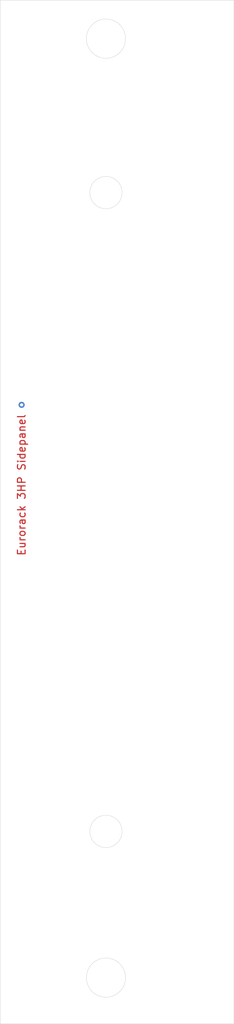
<source format=kicad_pcb>
(kicad_pcb (version 20171130) (host pcbnew "(5.1.10-1-10_14)")

  (general
    (thickness 1.6)
    (drawings 9)
    (tracks 1)
    (zones 0)
    (modules 0)
    (nets 1)
  )

  (page A4)
  (layers
    (0 F.Cu signal)
    (31 B.Cu signal)
    (32 B.Adhes user)
    (33 F.Adhes user)
    (34 B.Paste user)
    (35 F.Paste user)
    (36 B.SilkS user)
    (37 F.SilkS user)
    (38 B.Mask user)
    (39 F.Mask user)
    (40 Dwgs.User user)
    (41 Cmts.User user)
    (42 Eco1.User user)
    (43 Eco2.User user)
    (44 Edge.Cuts user)
    (45 Margin user)
    (46 B.CrtYd user)
    (47 F.CrtYd user)
    (48 B.Fab user)
    (49 F.Fab user)
  )

  (setup
    (last_trace_width 0.25)
    (trace_clearance 0.2)
    (zone_clearance 0.508)
    (zone_45_only no)
    (trace_min 0.2)
    (via_size 0.8)
    (via_drill 0.4)
    (via_min_size 0.4)
    (via_min_drill 0.3)
    (uvia_size 0.3)
    (uvia_drill 0.1)
    (uvias_allowed no)
    (uvia_min_size 0.2)
    (uvia_min_drill 0.1)
    (edge_width 0.05)
    (segment_width 0.2)
    (pcb_text_width 0.3)
    (pcb_text_size 1.5 1.5)
    (mod_edge_width 0.12)
    (mod_text_size 1 1)
    (mod_text_width 0.15)
    (pad_size 1.524 1.524)
    (pad_drill 0.762)
    (pad_to_mask_clearance 0)
    (aux_axis_origin 0 0)
    (visible_elements FFFFFF7F)
    (pcbplotparams
      (layerselection 0x010fc_ffffffff)
      (usegerberextensions false)
      (usegerberattributes true)
      (usegerberadvancedattributes true)
      (creategerberjobfile true)
      (excludeedgelayer true)
      (linewidth 0.100000)
      (plotframeref false)
      (viasonmask false)
      (mode 1)
      (useauxorigin false)
      (hpglpennumber 1)
      (hpglpenspeed 20)
      (hpglpendiameter 15.000000)
      (psnegative false)
      (psa4output false)
      (plotreference true)
      (plotvalue true)
      (plotinvisibletext false)
      (padsonsilk false)
      (subtractmaskfromsilk false)
      (outputformat 1)
      (mirror false)
      (drillshape 1)
      (scaleselection 1)
      (outputdirectory ""))
  )

  (net 0 "")

  (net_class Default "This is the default net class."
    (clearance 0.2)
    (trace_width 0.25)
    (via_dia 0.8)
    (via_drill 0.4)
    (uvia_dia 0.3)
    (uvia_drill 0.1)
  )

  (gr_text "Eurorack 3HP Sidepanel" (at 2.794 62.992 90) (layer F.Cu)
    (effects (font (size 1 1) (thickness 0.15)))
  )
  (gr_circle (center 13.8 108) (end 15.9 108) (layer Edge.Cuts) (width 0.05) (tstamp 612F4E0D))
  (gr_circle (center 13.8 25) (end 15.9 25) (layer Edge.Cuts) (width 0.05) (tstamp 612F4DF3))
  (gr_circle (center 13.8 127) (end 16.35 127) (layer Edge.Cuts) (width 0.05) (tstamp 612F4DBD))
  (gr_circle (center 13.8 5) (end 16.35 5) (layer Edge.Cuts) (width 0.05))
  (gr_line (start 0 0) (end 30.5 0) (layer Edge.Cuts) (width 0.05) (tstamp 612F4CA6))
  (gr_line (start 30.5 0) (end 30.5 133) (layer Edge.Cuts) (width 0.05))
  (gr_line (start 0 133) (end 30.5 133) (layer Edge.Cuts) (width 0.05))
  (gr_line (start 0 0) (end 0 133) (layer Edge.Cuts) (width 0.05))

  (via (at 2.794 52.578) (size 0.8) (drill 0.4) (layers F.Cu B.Cu) (net 0))

)

</source>
